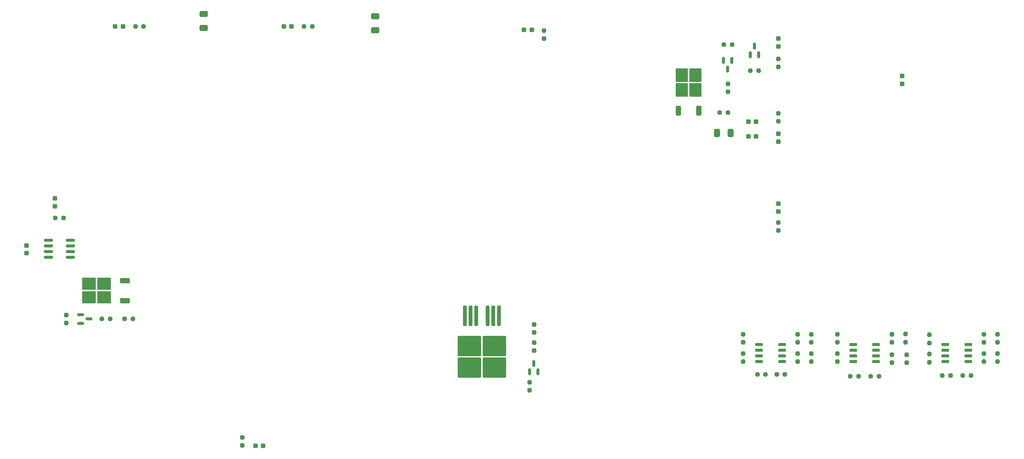
<source format=gbr>
%TF.GenerationSoftware,KiCad,Pcbnew,7.0.7*%
%TF.CreationDate,2024-03-26T21:52:30-05:00*%
%TF.ProjectId,PMS,504d532e-6b69-4636-9164-5f7063625858,rev?*%
%TF.SameCoordinates,Original*%
%TF.FileFunction,Paste,Top*%
%TF.FilePolarity,Positive*%
%FSLAX46Y46*%
G04 Gerber Fmt 4.6, Leading zero omitted, Abs format (unit mm)*
G04 Created by KiCad (PCBNEW 7.0.7) date 2024-03-26 21:52:30*
%MOMM*%
%LPD*%
G01*
G04 APERTURE LIST*
G04 Aperture macros list*
%AMRoundRect*
0 Rectangle with rounded corners*
0 $1 Rounding radius*
0 $2 $3 $4 $5 $6 $7 $8 $9 X,Y pos of 4 corners*
0 Add a 4 corners polygon primitive as box body*
4,1,4,$2,$3,$4,$5,$6,$7,$8,$9,$2,$3,0*
0 Add four circle primitives for the rounded corners*
1,1,$1+$1,$2,$3*
1,1,$1+$1,$4,$5*
1,1,$1+$1,$6,$7*
1,1,$1+$1,$8,$9*
0 Add four rect primitives between the rounded corners*
20,1,$1+$1,$2,$3,$4,$5,0*
20,1,$1+$1,$4,$5,$6,$7,0*
20,1,$1+$1,$6,$7,$8,$9,0*
20,1,$1+$1,$8,$9,$2,$3,0*%
G04 Aperture macros list end*
%ADD10RoundRect,0.237500X0.237500X-0.250000X0.237500X0.250000X-0.237500X0.250000X-0.237500X-0.250000X0*%
%ADD11RoundRect,0.237500X0.250000X0.237500X-0.250000X0.237500X-0.250000X-0.237500X0.250000X-0.237500X0*%
%ADD12RoundRect,0.250000X0.650000X-0.412500X0.650000X0.412500X-0.650000X0.412500X-0.650000X-0.412500X0*%
%ADD13RoundRect,0.150000X-0.587500X-0.150000X0.587500X-0.150000X0.587500X0.150000X-0.587500X0.150000X0*%
%ADD14RoundRect,0.237500X-0.237500X0.250000X-0.237500X-0.250000X0.237500X-0.250000X0.237500X0.250000X0*%
%ADD15RoundRect,0.237500X-0.250000X-0.237500X0.250000X-0.237500X0.250000X0.237500X-0.250000X0.237500X0*%
%ADD16RoundRect,0.150000X-0.725000X-0.150000X0.725000X-0.150000X0.725000X0.150000X-0.725000X0.150000X0*%
%ADD17RoundRect,0.237500X0.300000X0.237500X-0.300000X0.237500X-0.300000X-0.237500X0.300000X-0.237500X0*%
%ADD18RoundRect,0.237500X-0.237500X0.287500X-0.237500X-0.287500X0.237500X-0.287500X0.237500X0.287500X0*%
%ADD19RoundRect,0.237500X0.287500X0.237500X-0.287500X0.237500X-0.287500X-0.237500X0.287500X-0.237500X0*%
%ADD20RoundRect,0.200000X-0.200000X2.100000X-0.200000X-2.100000X0.200000X-2.100000X0.200000X2.100000X0*%
%ADD21RoundRect,0.250000X-2.375000X2.025000X-2.375000X-2.025000X2.375000X-2.025000X2.375000X2.025000X0*%
%ADD22RoundRect,0.150000X0.825000X0.150000X-0.825000X0.150000X-0.825000X-0.150000X0.825000X-0.150000X0*%
%ADD23RoundRect,0.237500X0.237500X-0.287500X0.237500X0.287500X-0.237500X0.287500X-0.237500X-0.287500X0*%
%ADD24RoundRect,0.250000X-0.412500X-0.650000X0.412500X-0.650000X0.412500X0.650000X-0.412500X0.650000X0*%
%ADD25RoundRect,0.237500X0.237500X-0.300000X0.237500X0.300000X-0.237500X0.300000X-0.237500X-0.300000X0*%
%ADD26RoundRect,0.237500X-0.287500X-0.237500X0.287500X-0.237500X0.287500X0.237500X-0.287500X0.237500X0*%
%ADD27RoundRect,0.250000X0.350000X-0.850000X0.350000X0.850000X-0.350000X0.850000X-0.350000X-0.850000X0*%
%ADD28RoundRect,0.250000X1.125000X-1.275000X1.125000X1.275000X-1.125000X1.275000X-1.125000X-1.275000X0*%
%ADD29RoundRect,0.150000X0.150000X-0.587500X0.150000X0.587500X-0.150000X0.587500X-0.150000X-0.587500X0*%
%ADD30RoundRect,0.250000X0.850000X0.350000X-0.850000X0.350000X-0.850000X-0.350000X0.850000X-0.350000X0*%
%ADD31RoundRect,0.250000X1.275000X1.125000X-1.275000X1.125000X-1.275000X-1.125000X1.275000X-1.125000X0*%
%ADD32RoundRect,0.150000X-0.150000X0.587500X-0.150000X-0.587500X0.150000X-0.587500X0.150000X0.587500X0*%
G04 APERTURE END LIST*
D10*
%TO.C,R34*%
X252730000Y-168298500D03*
X252730000Y-166473500D03*
%TD*%
D11*
%TO.C,R40*%
X278026500Y-175768000D03*
X276201500Y-175768000D03*
%TD*%
D10*
%TO.C,R6*%
X228242500Y-112164500D03*
X228242500Y-110339500D03*
%TD*%
%TO.C,R38*%
X285531000Y-168298500D03*
X285531000Y-166473500D03*
%TD*%
%TO.C,R42*%
X273339000Y-168425500D03*
X273339000Y-166600500D03*
%TD*%
D12*
%TO.C,C9*%
X149352000Y-98336500D03*
X149352000Y-95211500D03*
%TD*%
D13*
%TO.C,Q3*%
X83469000Y-162118000D03*
X83469000Y-164018000D03*
X85344000Y-163068000D03*
%TD*%
D14*
%TO.C,R2*%
X239522000Y-104751500D03*
X239522000Y-106576500D03*
%TD*%
D15*
%TO.C,R11*%
X133453500Y-97536000D03*
X135278500Y-97536000D03*
%TD*%
D10*
%TO.C,R13*%
X119634000Y-191412500D03*
X119634000Y-189587500D03*
%TD*%
D12*
%TO.C,C7*%
X110998000Y-97828500D03*
X110998000Y-94703500D03*
%TD*%
D14*
%TO.C,R16*%
X239522000Y-141431000D03*
X239522000Y-143256000D03*
%TD*%
D16*
%TO.C,U6*%
X235204000Y-168783000D03*
X235204000Y-170053000D03*
X235204000Y-171323000D03*
X235204000Y-172593000D03*
X240354000Y-172593000D03*
X240354000Y-171323000D03*
X240354000Y-170053000D03*
X240354000Y-168783000D03*
%TD*%
D17*
%TO.C,C3*%
X234542500Y-118872000D03*
X232817500Y-118872000D03*
%TD*%
D11*
%TO.C,R24*%
X236659500Y-175514000D03*
X234834500Y-175514000D03*
%TD*%
D18*
%TO.C,D1*%
X239522000Y-100217000D03*
X239522000Y-101967000D03*
%TD*%
D19*
%TO.C,D5*%
X124319000Y-191516000D03*
X122569000Y-191516000D03*
%TD*%
D20*
%TO.C,Q7*%
X177038000Y-162373000D03*
X175768000Y-162373000D03*
X174498000Y-162373000D03*
D21*
X176003000Y-169098000D03*
X170453000Y-169098000D03*
X176003000Y-173948000D03*
X170453000Y-173948000D03*
D20*
X171958000Y-162373000D03*
X170688000Y-162373000D03*
X169418000Y-162373000D03*
%TD*%
D10*
%TO.C,R23*%
X231648000Y-172616500D03*
X231648000Y-170791500D03*
%TD*%
D11*
%TO.C,R7*%
X95146500Y-163068000D03*
X93321500Y-163068000D03*
%TD*%
D16*
%TO.C,U8*%
X256251000Y-168783000D03*
X256251000Y-170053000D03*
X256251000Y-171323000D03*
X256251000Y-172593000D03*
X261401000Y-172593000D03*
X261401000Y-171323000D03*
X261401000Y-170053000D03*
X261401000Y-168783000D03*
%TD*%
D22*
%TO.C,U4*%
X81215000Y-149225000D03*
X81215000Y-147955000D03*
X81215000Y-146685000D03*
X81215000Y-145415000D03*
X76265000Y-145415000D03*
X76265000Y-146685000D03*
X76265000Y-147955000D03*
X76265000Y-149225000D03*
%TD*%
D14*
%TO.C,R15*%
X187085000Y-98401500D03*
X187085000Y-100226500D03*
%TD*%
%TO.C,R19*%
X243840000Y-170791500D03*
X243840000Y-172616500D03*
%TD*%
D10*
%TO.C,R35*%
X285496000Y-172616500D03*
X285496000Y-170791500D03*
%TD*%
D14*
%TO.C,R37*%
X288544000Y-166473500D03*
X288544000Y-168298500D03*
%TD*%
%TO.C,R29*%
X268005000Y-166450000D03*
X268005000Y-168275000D03*
%TD*%
D23*
%TO.C,D2*%
X239522000Y-123303000D03*
X239522000Y-121553000D03*
%TD*%
D24*
%TO.C,C2*%
X225767500Y-121412000D03*
X228892500Y-121412000D03*
%TD*%
D14*
%TO.C,R18*%
X184912000Y-168355000D03*
X184912000Y-170180000D03*
%TD*%
D25*
%TO.C,C4*%
X71374000Y-148336000D03*
X71374000Y-146611000D03*
%TD*%
D15*
%TO.C,R5*%
X226417500Y-116840000D03*
X228242500Y-116840000D03*
%TD*%
D11*
%TO.C,R4*%
X229155000Y-101600000D03*
X227330000Y-101600000D03*
%TD*%
D26*
%TO.C,D7*%
X182654000Y-98298000D03*
X184404000Y-98298000D03*
%TD*%
D27*
%TO.C,Q4*%
X217170000Y-116385000D03*
D28*
X217925000Y-111760000D03*
X220975000Y-111760000D03*
X217925000Y-108410000D03*
X220975000Y-108410000D03*
D27*
X221730000Y-116385000D03*
%TD*%
D15*
%TO.C,R14*%
X77827500Y-140462000D03*
X79652500Y-140462000D03*
%TD*%
D11*
%TO.C,R8*%
X90066500Y-163068000D03*
X88241500Y-163068000D03*
%TD*%
D29*
%TO.C,Q6*%
X183896000Y-174855500D03*
X185796000Y-174855500D03*
X184846000Y-172980500D03*
%TD*%
D26*
%TO.C,D4*%
X91186000Y-97536000D03*
X92936000Y-97536000D03*
%TD*%
D15*
%TO.C,R12*%
X95720500Y-97536000D03*
X97545500Y-97536000D03*
%TD*%
D10*
%TO.C,R26*%
X231648000Y-168298500D03*
X231648000Y-166473500D03*
%TD*%
D25*
%TO.C,C1*%
X267183000Y-110336500D03*
X267183000Y-108611500D03*
%TD*%
D10*
%TO.C,R28*%
X268224000Y-172870500D03*
X268224000Y-171045500D03*
%TD*%
D17*
%TO.C,C5*%
X234542500Y-122174000D03*
X232817500Y-122174000D03*
%TD*%
D11*
%TO.C,R33*%
X262024500Y-175895000D03*
X260199500Y-175895000D03*
%TD*%
%TO.C,R41*%
X282598500Y-175768000D03*
X280773500Y-175768000D03*
%TD*%
D10*
%TO.C,R31*%
X252730000Y-172616500D03*
X252730000Y-170791500D03*
%TD*%
D16*
%TO.C,U9*%
X276860000Y-168783000D03*
X276860000Y-170053000D03*
X276860000Y-171323000D03*
X276860000Y-172593000D03*
X282010000Y-172593000D03*
X282010000Y-171323000D03*
X282010000Y-170053000D03*
X282010000Y-168783000D03*
%TD*%
D26*
%TO.C,D3*%
X128919000Y-97536000D03*
X130669000Y-97536000D03*
%TD*%
D11*
%TO.C,R32*%
X257452500Y-175895000D03*
X255627500Y-175895000D03*
%TD*%
D10*
%TO.C,R39*%
X273339000Y-172743500D03*
X273339000Y-170918500D03*
%TD*%
D30*
%TO.C,Q5*%
X93354000Y-158998000D03*
D31*
X88729000Y-158243000D03*
X88729000Y-155193000D03*
X85379000Y-158243000D03*
X85379000Y-155193000D03*
D30*
X93354000Y-154438000D03*
%TD*%
D14*
%TO.C,R21*%
X246923000Y-166473500D03*
X246923000Y-168298500D03*
%TD*%
D10*
%TO.C,R10*%
X239522000Y-118768500D03*
X239522000Y-116943500D03*
%TD*%
D14*
%TO.C,R17*%
X184912000Y-164291000D03*
X184912000Y-166116000D03*
%TD*%
D10*
%TO.C,R22*%
X243840000Y-168298500D03*
X243840000Y-166473500D03*
%TD*%
D18*
%TO.C,D6*%
X77724000Y-136031000D03*
X77724000Y-137781000D03*
%TD*%
D11*
%TO.C,R25*%
X240977500Y-175514000D03*
X239152500Y-175514000D03*
%TD*%
D18*
%TO.C,D8*%
X239532000Y-137195500D03*
X239532000Y-138945500D03*
%TD*%
D14*
%TO.C,R3*%
X80264000Y-162155500D03*
X80264000Y-163980500D03*
%TD*%
D29*
%TO.C,Q1*%
X233238000Y-103807500D03*
X235138000Y-103807500D03*
X234188000Y-101932500D03*
%TD*%
D14*
%TO.C,R9*%
X183896000Y-177245000D03*
X183896000Y-179070000D03*
%TD*%
D10*
%TO.C,R30*%
X264922000Y-168298500D03*
X264922000Y-166473500D03*
%TD*%
D32*
%TO.C,Q2*%
X229126500Y-105156000D03*
X227226500Y-105156000D03*
X228176500Y-107031000D03*
%TD*%
D10*
%TO.C,R36*%
X288544000Y-172616500D03*
X288544000Y-170791500D03*
%TD*%
D14*
%TO.C,R20*%
X246923000Y-170791500D03*
X246923000Y-172616500D03*
%TD*%
D15*
%TO.C,R1*%
X233275500Y-107442000D03*
X235100500Y-107442000D03*
%TD*%
D10*
%TO.C,R27*%
X264922000Y-172870500D03*
X264922000Y-171045500D03*
%TD*%
M02*

</source>
